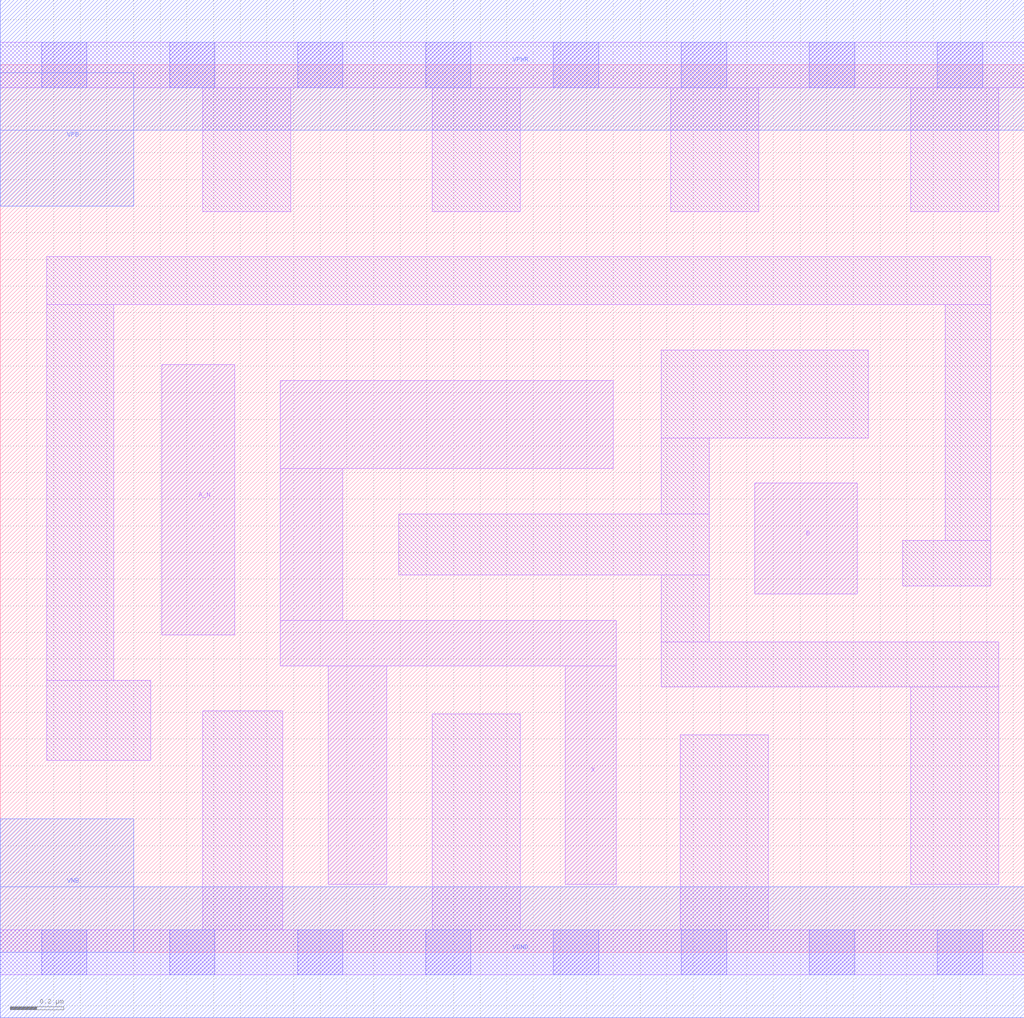
<source format=lef>
# Copyright 2020 The SkyWater PDK Authors
#
# Licensed under the Apache License, Version 2.0 (the "License");
# you may not use this file except in compliance with the License.
# You may obtain a copy of the License at
#
#     https://www.apache.org/licenses/LICENSE-2.0
#
# Unless required by applicable law or agreed to in writing, software
# distributed under the License is distributed on an "AS IS" BASIS,
# WITHOUT WARRANTIES OR CONDITIONS OF ANY KIND, either express or implied.
# See the License for the specific language governing permissions and
# limitations under the License.
#
# SPDX-License-Identifier: Apache-2.0

VERSION 5.5 ;
NAMESCASESENSITIVE ON ;
BUSBITCHARS "[]" ;
DIVIDERCHAR "/" ;
MACRO sky130_fd_sc_lp__and2b_4
  CLASS CORE ;
  SOURCE USER ;
  ORIGIN  0.000000  0.000000 ;
  SIZE  3.840000 BY  3.330000 ;
  SYMMETRY X Y R90 ;
  SITE unit ;
  PIN A_N
    ANTENNAGATEAREA  0.126000 ;
    DIRECTION INPUT ;
    USE SIGNAL ;
    PORT
      LAYER li1 ;
        RECT 0.605000 1.190000 0.880000 2.205000 ;
    END
  END A_N
  PIN B
    ANTENNAGATEAREA  0.315000 ;
    DIRECTION INPUT ;
    USE SIGNAL ;
    PORT
      LAYER li1 ;
        RECT 2.830000 1.345000 3.215000 1.760000 ;
    END
  END B
  PIN X
    ANTENNADIFFAREA  1.176000 ;
    DIRECTION OUTPUT ;
    USE SIGNAL ;
    PORT
      LAYER li1 ;
        RECT 1.050000 1.075000 2.310000 1.245000 ;
        RECT 1.050000 1.245000 1.285000 1.815000 ;
        RECT 1.050000 1.815000 2.300000 2.145000 ;
        RECT 1.230000 0.255000 1.450000 1.075000 ;
        RECT 2.120000 0.255000 2.310000 1.075000 ;
    END
  END X
  PIN VGND
    DIRECTION INOUT ;
    USE GROUND ;
    PORT
      LAYER met1 ;
        RECT 0.000000 -0.245000 3.840000 0.245000 ;
    END
  END VGND
  PIN VNB
    DIRECTION INOUT ;
    USE GROUND ;
    PORT
    END
  END VNB
  PIN VPB
    DIRECTION INOUT ;
    USE POWER ;
    PORT
    END
  END VPB
  PIN VNB
    DIRECTION INOUT ;
    USE GROUND ;
    PORT
      LAYER met1 ;
        RECT 0.000000 0.000000 0.500000 0.500000 ;
    END
  END VNB
  PIN VPB
    DIRECTION INOUT ;
    USE POWER ;
    PORT
      LAYER met1 ;
        RECT 0.000000 2.800000 0.500000 3.300000 ;
    END
  END VPB
  PIN VPWR
    DIRECTION INOUT ;
    USE POWER ;
    PORT
      LAYER met1 ;
        RECT 0.000000 3.085000 3.840000 3.575000 ;
    END
  END VPWR
  OBS
    LAYER li1 ;
      RECT 0.000000 -0.085000 3.840000 0.085000 ;
      RECT 0.000000  3.245000 3.840000 3.415000 ;
      RECT 0.175000  0.720000 0.565000 1.020000 ;
      RECT 0.175000  1.020000 0.425000 2.430000 ;
      RECT 0.175000  2.430000 3.715000 2.610000 ;
      RECT 0.760000  0.085000 1.060000 0.905000 ;
      RECT 0.760000  2.780000 1.090000 3.245000 ;
      RECT 1.495000  1.415000 2.660000 1.645000 ;
      RECT 1.620000  0.085000 1.950000 0.895000 ;
      RECT 1.620000  2.780000 1.950000 3.245000 ;
      RECT 2.480000  0.995000 3.745000 1.165000 ;
      RECT 2.480000  1.165000 2.660000 1.415000 ;
      RECT 2.480000  1.645000 2.660000 1.930000 ;
      RECT 2.480000  1.930000 3.255000 2.260000 ;
      RECT 2.515000  2.780000 2.845000 3.245000 ;
      RECT 2.550000  0.085000 2.880000 0.815000 ;
      RECT 3.385000  1.375000 3.715000 1.545000 ;
      RECT 3.415000  0.255000 3.745000 0.995000 ;
      RECT 3.415000  2.780000 3.745000 3.245000 ;
      RECT 3.545000  1.545000 3.715000 2.430000 ;
    LAYER mcon ;
      RECT 0.155000 -0.085000 0.325000 0.085000 ;
      RECT 0.155000  3.245000 0.325000 3.415000 ;
      RECT 0.635000 -0.085000 0.805000 0.085000 ;
      RECT 0.635000  3.245000 0.805000 3.415000 ;
      RECT 1.115000 -0.085000 1.285000 0.085000 ;
      RECT 1.115000  3.245000 1.285000 3.415000 ;
      RECT 1.595000 -0.085000 1.765000 0.085000 ;
      RECT 1.595000  3.245000 1.765000 3.415000 ;
      RECT 2.075000 -0.085000 2.245000 0.085000 ;
      RECT 2.075000  3.245000 2.245000 3.415000 ;
      RECT 2.555000 -0.085000 2.725000 0.085000 ;
      RECT 2.555000  3.245000 2.725000 3.415000 ;
      RECT 3.035000 -0.085000 3.205000 0.085000 ;
      RECT 3.035000  3.245000 3.205000 3.415000 ;
      RECT 3.515000 -0.085000 3.685000 0.085000 ;
      RECT 3.515000  3.245000 3.685000 3.415000 ;
  END
END sky130_fd_sc_lp__and2b_4
END LIBRARY

</source>
